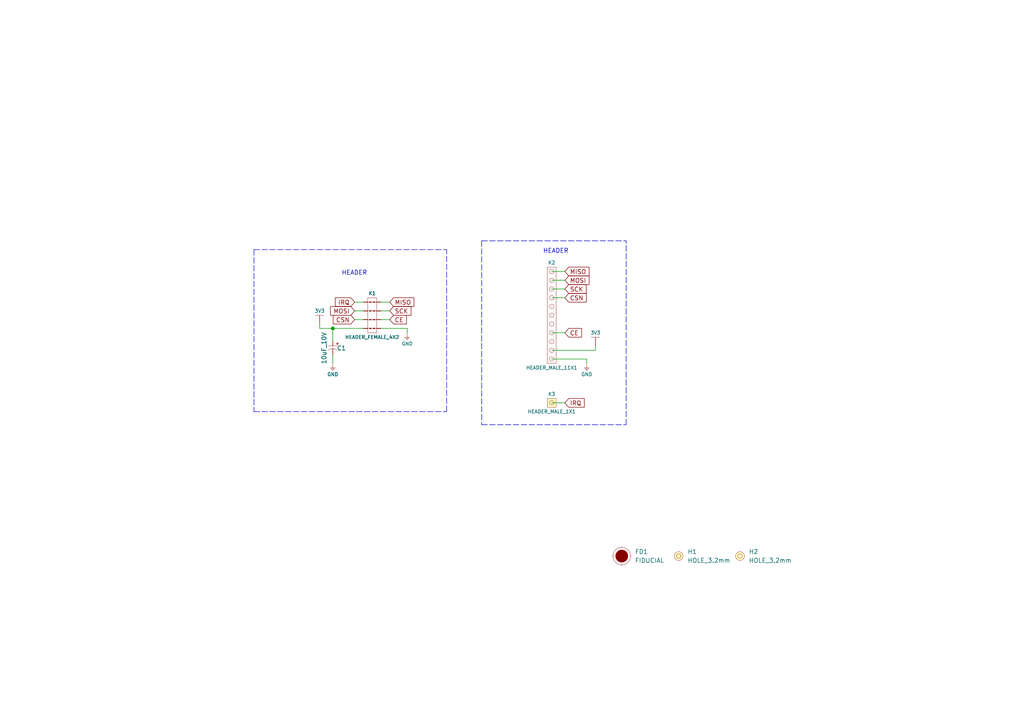
<source format=kicad_sch>
(kicad_sch (version 20210621) (generator eeschema)

  (uuid 9efc7507-1e97-4b38-975f-9c88aa49daf4)

  (paper "A4")

  (title_block
    (title "NRF24L01 adapter")
    (date "2021-09-09")
    (rev "V1.1.1.")
    (company "SOLDERED")
    (comment 1 "333059")
  )

  (lib_symbols
    (symbol "e-radionica.com schematics:3V3" (power) (pin_names (offset 0)) (in_bom yes) (on_board yes)
      (property "Reference" "#PWR" (id 0) (at 4.445 0 0)
        (effects (font (size 1 1)) hide)
      )
      (property "Value" "3V3" (id 1) (at 0 3.556 0)
        (effects (font (size 1 1)))
      )
      (property "Footprint" "" (id 2) (at 4.445 3.81 0)
        (effects (font (size 1 1)) hide)
      )
      (property "Datasheet" "" (id 3) (at 4.445 3.81 0)
        (effects (font (size 1 1)) hide)
      )
      (property "ki_keywords" "power-flag" (id 4) (at 0 0 0)
        (effects (font (size 1.27 1.27)) hide)
      )
      (property "ki_description" "Power symbol creates a global label with name \"3V3\"" (id 5) (at 0 0 0)
        (effects (font (size 1.27 1.27)) hide)
      )
      (symbol "3V3_0_1"
        (polyline
          (pts
            (xy -1.27 2.54)
            (xy 1.27 2.54)
          )
          (stroke (width 0.0006)) (fill (type none))
        )
        (polyline
          (pts
            (xy 0 0)
            (xy 0 2.54)
          )
          (stroke (width 0)) (fill (type none))
        )
      )
      (symbol "3V3_1_1"
        (pin power_in line (at 0 0 90) (length 0) hide
          (name "3V3" (effects (font (size 1.27 1.27))))
          (number "1" (effects (font (size 1.27 1.27))))
        )
      )
    )
    (symbol "e-radionica.com schematics:ELECTROLITIC_CAP_4mm" (pin_numbers hide) (pin_names hide) (in_bom yes) (on_board yes)
      (property "Reference" "C" (id 0) (at -1.27 2.54 0)
        (effects (font (size 1.27 1.27)))
      )
      (property "Value" "ELECTROLITIC_CAP_4mm" (id 1) (at 0 -2.54 0)
        (effects (font (size 1.27 1.27)))
      )
      (property "Footprint" "e-radionica.com footprinti:ELECTROLITIC_CAP_4mm" (id 2) (at 0 -5.08 0)
        (effects (font (size 1.27 1.27)) hide)
      )
      (property "Datasheet" "" (id 3) (at 0 0 0)
        (effects (font (size 1.27 1.27)) hide)
      )
      (symbol "ELECTROLITIC_CAP_4mm_0_0"
        (text "+" (at -1.905 1.27 0)
          (effects (font (size 1 1)))
        )
      )
      (symbol "ELECTROLITIC_CAP_4mm_0_1"
        (arc (start -0.0001 1.27) (end -0.0001 -1.27) (radius (at 1.27 0) (length 1.7961) (angles 135 -135))
          (stroke (width 0.0006)) (fill (type none))
        )
        (polyline
          (pts
            (xy -1.27 -1.27)
            (xy -1.27 1.27)
          )
          (stroke (width 0.0006)) (fill (type none))
        )
      )
      (symbol "ELECTROLITIC_CAP_4mm_1_1"
        (pin input line (at -2.54 0 0) (length 1.27)
          (name "+" (effects (font (size 1.27 1.27))))
          (number "1" (effects (font (size 1.27 1.27))))
        )
        (pin input line (at 1.27 0 180) (length 1.8)
          (name "-" (effects (font (size 1.27 1.27))))
          (number "2" (effects (font (size 1.27 1.27))))
        )
      )
    )
    (symbol "e-radionica.com schematics:FIDUCIAL" (in_bom no) (on_board yes)
      (property "Reference" "FD" (id 0) (at 0 3.81 0)
        (effects (font (size 1.27 1.27)))
      )
      (property "Value" "FIDUCIAL" (id 1) (at 0 -3.81 0)
        (effects (font (size 1.27 1.27)))
      )
      (property "Footprint" "e-radionica.com footprinti:FIDUCIAL_23" (id 2) (at 0.254 -5.334 0)
        (effects (font (size 1.27 1.27)) hide)
      )
      (property "Datasheet" "" (id 3) (at 0 0 0)
        (effects (font (size 1.27 1.27)) hide)
      )
      (symbol "FIDUCIAL_0_1"
        (circle (center 0 0) (radius 2.54) (stroke (width 0.0006)) (fill (type none)))
        (circle (center 0 0) (radius 1.7961) (stroke (width 0.001)) (fill (type outline)))
        (polyline
          (pts
            (xy -2.54 0)
            (xy -2.794 0)
          )
          (stroke (width 0.0006)) (fill (type none))
        )
        (polyline
          (pts
            (xy 0 -2.54)
            (xy 0 -2.794)
          )
          (stroke (width 0.0006)) (fill (type none))
        )
        (polyline
          (pts
            (xy 0 2.54)
            (xy 0 2.794)
          )
          (stroke (width 0.0006)) (fill (type none))
        )
        (polyline
          (pts
            (xy 2.54 0)
            (xy 2.794 0)
          )
          (stroke (width 0.0006)) (fill (type none))
        )
      )
    )
    (symbol "e-radionica.com schematics:GND" (power) (pin_names (offset 0)) (in_bom yes) (on_board yes)
      (property "Reference" "#PWR" (id 0) (at 4.445 0 0)
        (effects (font (size 1 1)) hide)
      )
      (property "Value" "GND" (id 1) (at 0 -2.921 0)
        (effects (font (size 1 1)))
      )
      (property "Footprint" "" (id 2) (at 4.445 3.81 0)
        (effects (font (size 1 1)) hide)
      )
      (property "Datasheet" "" (id 3) (at 4.445 3.81 0)
        (effects (font (size 1 1)) hide)
      )
      (property "ki_keywords" "power-flag" (id 4) (at 0 0 0)
        (effects (font (size 1.27 1.27)) hide)
      )
      (property "ki_description" "Power symbol creates a global label with name \"GND\"" (id 5) (at 0 0 0)
        (effects (font (size 1.27 1.27)) hide)
      )
      (symbol "GND_0_1"
        (polyline
          (pts
            (xy -0.762 -1.27)
            (xy 0.762 -1.27)
          )
          (stroke (width 0.0006)) (fill (type none))
        )
        (polyline
          (pts
            (xy -0.635 -1.524)
            (xy 0.635 -1.524)
          )
          (stroke (width 0.0006)) (fill (type none))
        )
        (polyline
          (pts
            (xy -0.381 -1.778)
            (xy 0.381 -1.778)
          )
          (stroke (width 0.0006)) (fill (type none))
        )
        (polyline
          (pts
            (xy -0.127 -2.032)
            (xy 0.127 -2.032)
          )
          (stroke (width 0.0006)) (fill (type none))
        )
        (polyline
          (pts
            (xy 0 0)
            (xy 0 -1.27)
          )
          (stroke (width 0.0006)) (fill (type none))
        )
      )
      (symbol "GND_1_1"
        (pin power_in line (at 0 0 270) (length 0) hide
          (name "GND" (effects (font (size 1.27 1.27))))
          (number "1" (effects (font (size 1.27 1.27))))
        )
      )
    )
    (symbol "e-radionica.com schematics:HEADER_FEMALE_4X2" (pin_numbers hide) (pin_names hide) (in_bom yes) (on_board yes)
      (property "Reference" "K" (id 0) (at -0.635 7.62 0)
        (effects (font (size 1 1)))
      )
      (property "Value" "HEADER_FEMALE_4X2" (id 1) (at 0 -5.08 0)
        (effects (font (size 1 1)))
      )
      (property "Footprint" "e-radionica.com footprinti:HEADER_FEMALE_4X2" (id 2) (at 0 -6.35 0)
        (effects (font (size 1 1)) hide)
      )
      (property "Datasheet" "" (id 3) (at 0 -2.54 0)
        (effects (font (size 1 1)) hide)
      )
      (symbol "HEADER_FEMALE_4X2_0_1"
        (rectangle (start -1.27 6.35) (end 1.27 -3.81)
          (stroke (width 0.0006)) (fill (type none))
        )
        (polyline
          (pts
            (xy -1.27 -2.54)
            (xy -0.635 -2.54)
          )
          (stroke (width 0.0006)) (fill (type none))
        )
        (polyline
          (pts
            (xy -1.27 0)
            (xy -0.635 0)
          )
          (stroke (width 0.0006)) (fill (type none))
        )
        (polyline
          (pts
            (xy -1.27 2.54)
            (xy -0.635 2.54)
          )
          (stroke (width 0.0006)) (fill (type none))
        )
        (polyline
          (pts
            (xy -1.27 5.08)
            (xy -0.635 5.08)
          )
          (stroke (width 0.0006)) (fill (type none))
        )
        (polyline
          (pts
            (xy -0.762 -2.54)
            (xy -0.254 -2.54)
          )
          (stroke (width 0.3)) (fill (type none))
        )
        (polyline
          (pts
            (xy -0.762 0)
            (xy -0.254 0)
          )
          (stroke (width 0.3)) (fill (type none))
        )
        (polyline
          (pts
            (xy -0.762 2.54)
            (xy -0.254 2.54)
          )
          (stroke (width 0.3)) (fill (type none))
        )
        (polyline
          (pts
            (xy -0.762 5.08)
            (xy -0.254 5.08)
          )
          (stroke (width 0.3)) (fill (type none))
        )
        (polyline
          (pts
            (xy 0.254 -2.54)
            (xy 0.762 -2.54)
          )
          (stroke (width 0.3)) (fill (type none))
        )
        (polyline
          (pts
            (xy 0.254 0)
            (xy 0.762 0)
          )
          (stroke (width 0.3)) (fill (type none))
        )
        (polyline
          (pts
            (xy 0.254 2.54)
            (xy 0.762 2.54)
          )
          (stroke (width 0.3)) (fill (type none))
        )
        (polyline
          (pts
            (xy 0.254 5.08)
            (xy 0.762 5.08)
          )
          (stroke (width 0.3)) (fill (type none))
        )
        (polyline
          (pts
            (xy 1.27 -2.54)
            (xy 0.635 -2.54)
          )
          (stroke (width 0.0006)) (fill (type none))
        )
        (polyline
          (pts
            (xy 1.27 0)
            (xy 0.635 0)
          )
          (stroke (width 0.0006)) (fill (type none))
        )
        (polyline
          (pts
            (xy 1.27 2.54)
            (xy 0.635 2.54)
          )
          (stroke (width 0.0006)) (fill (type none))
        )
        (polyline
          (pts
            (xy 1.27 5.08)
            (xy 0.635 5.08)
          )
          (stroke (width 0.0006)) (fill (type none))
        )
      )
      (symbol "HEADER_FEMALE_4X2_1_1"
        (pin passive line (at -2.54 5.08 0) (length 1.27)
          (name "~" (effects (font (size 1 1))))
          (number "1" (effects (font (size 1 1))))
        )
        (pin passive line (at -2.54 2.54 0) (length 1.27)
          (name "~" (effects (font (size 1 1))))
          (number "2" (effects (font (size 1 1))))
        )
        (pin passive line (at -2.54 0 0) (length 1.27)
          (name "~" (effects (font (size 1 1))))
          (number "3" (effects (font (size 1 1))))
        )
        (pin passive line (at -2.54 -2.54 0) (length 1.27)
          (name "~" (effects (font (size 1 1))))
          (number "4" (effects (font (size 1 1))))
        )
        (pin passive line (at 2.54 -2.54 180) (length 1.27)
          (name "~" (effects (font (size 1 1))))
          (number "5" (effects (font (size 1 1))))
        )
        (pin passive line (at 2.54 0 180) (length 1.27)
          (name "~" (effects (font (size 1 1))))
          (number "6" (effects (font (size 1 1))))
        )
        (pin passive line (at 2.54 2.54 180) (length 1.27)
          (name "~" (effects (font (size 1 1))))
          (number "7" (effects (font (size 1 1))))
        )
        (pin passive line (at 2.54 5.08 180) (length 1.27)
          (name "~" (effects (font (size 1 1))))
          (number "8" (effects (font (size 1 1))))
        )
      )
    )
    (symbol "e-radionica.com schematics:HEADER_MALE_11X1" (pin_numbers hide) (pin_names hide) (in_bom yes) (on_board yes)
      (property "Reference" "K" (id 0) (at -0.635 15.24 0)
        (effects (font (size 1 1)))
      )
      (property "Value" "HEADER_MALE_11X1" (id 1) (at 1.27 -15.24 0)
        (effects (font (size 1 1)))
      )
      (property "Footprint" "e-radionica.com footprinti:HEADER_MALE_11X1" (id 2) (at 0 0 0)
        (effects (font (size 1 1)) hide)
      )
      (property "Datasheet" "" (id 3) (at 0 0 0)
        (effects (font (size 1 1)) hide)
      )
      (symbol "HEADER_MALE_11X1_0_1"
        (circle (center 0 -12.7) (radius 0.635) (stroke (width 0.0006)) (fill (type none)))
        (circle (center 0 -10.16) (radius 0.635) (stroke (width 0.0006)) (fill (type none)))
        (circle (center 0 -7.62) (radius 0.635) (stroke (width 0.0006)) (fill (type none)))
        (circle (center 0 -5.08) (radius 0.635) (stroke (width 0.0006)) (fill (type none)))
        (circle (center 0 -2.54) (radius 0.635) (stroke (width 0.0006)) (fill (type none)))
        (circle (center 0 0) (radius 0.635) (stroke (width 0.0006)) (fill (type none)))
        (circle (center 0 2.54) (radius 0.635) (stroke (width 0.0006)) (fill (type none)))
        (circle (center 0 5.08) (radius 0.635) (stroke (width 0.0006)) (fill (type none)))
        (circle (center 0 7.62) (radius 0.635) (stroke (width 0.0006)) (fill (type none)))
        (circle (center 0 10.16) (radius 0.635) (stroke (width 0.0006)) (fill (type none)))
        (circle (center 0 12.7) (radius 0.635) (stroke (width 0.0006)) (fill (type none)))
        (rectangle (start 1.27 -13.97) (end -1.27 13.97)
          (stroke (width 0.0006)) (fill (type none))
        )
      )
      (symbol "HEADER_MALE_11X1_1_1"
        (pin passive line (at 0 -12.7 180) (length 0)
          (name "~" (effects (font (size 0.991 0.991))))
          (number "1" (effects (font (size 0.991 0.991))))
        )
        (pin passive line (at 0 10.16 180) (length 0)
          (name "~" (effects (font (size 0.991 0.991))))
          (number "10" (effects (font (size 0.991 0.991))))
        )
        (pin passive line (at 0 12.7 180) (length 0)
          (name "~" (effects (font (size 0.991 0.991))))
          (number "11" (effects (font (size 0.991 0.991))))
        )
        (pin passive line (at 0 -10.16 180) (length 0)
          (name "~" (effects (font (size 0.991 0.991))))
          (number "2" (effects (font (size 0.991 0.991))))
        )
        (pin passive line (at 0 -7.62 180) (length 0)
          (name "~" (effects (font (size 0.991 0.991))))
          (number "3" (effects (font (size 0.991 0.991))))
        )
        (pin passive line (at 0 -5.08 180) (length 0)
          (name "~" (effects (font (size 0.991 0.991))))
          (number "4" (effects (font (size 0.991 0.991))))
        )
        (pin passive line (at 0 -2.54 180) (length 0)
          (name "~" (effects (font (size 0.991 0.991))))
          (number "5" (effects (font (size 0.991 0.991))))
        )
        (pin passive line (at 0 0 180) (length 0)
          (name "~" (effects (font (size 0.991 0.991))))
          (number "6" (effects (font (size 0.991 0.991))))
        )
        (pin passive line (at 0 2.54 180) (length 0)
          (name "~" (effects (font (size 0.991 0.991))))
          (number "7" (effects (font (size 0.991 0.991))))
        )
        (pin passive line (at 0 5.08 180) (length 0)
          (name "~" (effects (font (size 0.991 0.991))))
          (number "8" (effects (font (size 0.991 0.991))))
        )
        (pin passive line (at 0 7.62 180) (length 0)
          (name "~" (effects (font (size 0.991 0.991))))
          (number "9" (effects (font (size 0.991 0.991))))
        )
      )
    )
    (symbol "e-radionica.com schematics:HEADER_MALE_1X1" (pin_numbers hide) (pin_names hide) (in_bom yes) (on_board yes)
      (property "Reference" "K" (id 0) (at -0.635 2.54 0)
        (effects (font (size 1 1)))
      )
      (property "Value" "HEADER_MALE_1X1" (id 1) (at 0 -2.54 0)
        (effects (font (size 1 1)))
      )
      (property "Footprint" "e-radionica.com footprinti:HEADER_MALE_1X1" (id 2) (at 0 0 0)
        (effects (font (size 1 1)) hide)
      )
      (property "Datasheet" "" (id 3) (at 0 0 0)
        (effects (font (size 1 1)) hide)
      )
      (symbol "HEADER_MALE_1X1_0_1"
        (circle (center 0 0) (radius 0.635) (stroke (width 0.0006)) (fill (type none)))
        (rectangle (start -1.27 1.27) (end 1.27 -1.27)
          (stroke (width 0.001)) (fill (type background))
        )
      )
      (symbol "HEADER_MALE_1X1_1_1"
        (pin passive line (at 0 0 180) (length 0)
          (name "~" (effects (font (size 1 1))))
          (number "1" (effects (font (size 1 1))))
        )
      )
    )
    (symbol "e-radionica.com schematics:HOLE_3.2mm" (pin_numbers hide) (pin_names hide) (in_bom yes) (on_board yes)
      (property "Reference" "H" (id 0) (at 0 2.54 0)
        (effects (font (size 1.27 1.27)))
      )
      (property "Value" "HOLE_3.2mm" (id 1) (at 0 -2.54 0)
        (effects (font (size 1.27 1.27)))
      )
      (property "Footprint" "e-radionica.com footprinti:HOLE_3.2mm" (id 2) (at 0 0 0)
        (effects (font (size 1.27 1.27)) hide)
      )
      (property "Datasheet" "" (id 3) (at 0 0 0)
        (effects (font (size 1.27 1.27)) hide)
      )
      (symbol "HOLE_3.2mm_0_1"
        (circle (center 0 0) (radius 0.635) (stroke (width 0.0006)) (fill (type none)))
        (circle (center 0 0) (radius 1.27) (stroke (width 0.001)) (fill (type background)))
      )
    )
  )

  (junction (at 96.52 95.25) (diameter 0.9144) (color 0 0 0 0))

  (wire (pts (xy 92.71 95.25) (xy 92.71 93.98))
    (stroke (width 0) (type solid) (color 0 0 0 0))
    (uuid 30473fc4-af76-45e9-9a05-c221dcc6ede0)
  )
  (wire (pts (xy 96.52 95.25) (xy 92.71 95.25))
    (stroke (width 0) (type solid) (color 0 0 0 0))
    (uuid 30473fc4-af76-45e9-9a05-c221dcc6ede0)
  )
  (wire (pts (xy 96.52 95.25) (xy 96.52 99.06))
    (stroke (width 0) (type solid) (color 0 0 0 0))
    (uuid b478d6f5-be14-4f80-9157-1e2e5cff0c78)
  )
  (wire (pts (xy 96.52 102.87) (xy 96.52 105.41))
    (stroke (width 0) (type solid) (color 0 0 0 0))
    (uuid fc1afdcc-8bc1-4e13-bb7f-9cde271e89ce)
  )
  (wire (pts (xy 102.87 87.63) (xy 105.41 87.63))
    (stroke (width 0) (type solid) (color 0 0 0 0))
    (uuid 4768da6d-8c4a-4394-b499-fb8e3a15d347)
  )
  (wire (pts (xy 102.87 90.17) (xy 105.41 90.17))
    (stroke (width 0) (type solid) (color 0 0 0 0))
    (uuid d2de82ca-0977-4373-9da2-2ed33aceb557)
  )
  (wire (pts (xy 102.87 92.71) (xy 105.41 92.71))
    (stroke (width 0) (type solid) (color 0 0 0 0))
    (uuid 991f5b52-26ac-4f99-ba1b-5dac016102f4)
  )
  (wire (pts (xy 105.41 95.25) (xy 96.52 95.25))
    (stroke (width 0) (type solid) (color 0 0 0 0))
    (uuid 30473fc4-af76-45e9-9a05-c221dcc6ede0)
  )
  (wire (pts (xy 110.49 87.63) (xy 113.03 87.63))
    (stroke (width 0) (type solid) (color 0 0 0 0))
    (uuid 3bd9d9d9-7238-43db-abe1-790e181fd7d2)
  )
  (wire (pts (xy 110.49 90.17) (xy 113.03 90.17))
    (stroke (width 0) (type solid) (color 0 0 0 0))
    (uuid 102bcae0-f86a-43d7-b906-0c5a988fa0a2)
  )
  (wire (pts (xy 110.49 92.71) (xy 113.03 92.71))
    (stroke (width 0) (type solid) (color 0 0 0 0))
    (uuid 2d744528-5bc1-4883-8440-fee1204dd6fa)
  )
  (wire (pts (xy 110.49 95.25) (xy 118.11 95.25))
    (stroke (width 0) (type solid) (color 0 0 0 0))
    (uuid 1d686364-57ba-4e70-9de1-2704446ea0f8)
  )
  (wire (pts (xy 118.11 95.25) (xy 118.11 96.52))
    (stroke (width 0) (type solid) (color 0 0 0 0))
    (uuid 1d686364-57ba-4e70-9de1-2704446ea0f8)
  )
  (wire (pts (xy 160.02 78.74) (xy 163.83 78.74))
    (stroke (width 0) (type solid) (color 0 0 0 0))
    (uuid cd2e063b-9c4a-4079-826f-fc10caaaf2da)
  )
  (wire (pts (xy 160.02 81.28) (xy 163.83 81.28))
    (stroke (width 0) (type solid) (color 0 0 0 0))
    (uuid 0c5963e4-73b7-467b-9de7-6e9409b0f931)
  )
  (wire (pts (xy 160.02 83.82) (xy 163.83 83.82))
    (stroke (width 0) (type solid) (color 0 0 0 0))
    (uuid 841f0b84-4763-4d32-83f0-2912f2b52d16)
  )
  (wire (pts (xy 160.02 86.36) (xy 163.83 86.36))
    (stroke (width 0) (type solid) (color 0 0 0 0))
    (uuid cc605dc7-48e8-4f65-9cdd-23a66b49d85f)
  )
  (wire (pts (xy 160.02 96.52) (xy 163.83 96.52))
    (stroke (width 0) (type solid) (color 0 0 0 0))
    (uuid 0e7ede17-1ba9-4606-9439-d122f52d6f5b)
  )
  (wire (pts (xy 160.02 101.6) (xy 172.72 101.6))
    (stroke (width 0) (type solid) (color 0 0 0 0))
    (uuid 890a6dcc-e96a-4c54-8f3c-4edcc3bf0a82)
  )
  (wire (pts (xy 160.02 104.14) (xy 170.18 104.14))
    (stroke (width 0) (type solid) (color 0 0 0 0))
    (uuid 2ff431d4-b98d-4cab-96ad-2e84c49905ac)
  )
  (wire (pts (xy 160.02 116.84) (xy 163.83 116.84))
    (stroke (width 0) (type solid) (color 0 0 0 0))
    (uuid b7858285-bda5-4831-a033-6279f83c43e6)
  )
  (wire (pts (xy 170.18 104.14) (xy 170.18 105.41))
    (stroke (width 0) (type solid) (color 0 0 0 0))
    (uuid 2ff431d4-b98d-4cab-96ad-2e84c49905ac)
  )
  (wire (pts (xy 172.72 101.6) (xy 172.72 100.33))
    (stroke (width 0) (type solid) (color 0 0 0 0))
    (uuid 890a6dcc-e96a-4c54-8f3c-4edcc3bf0a82)
  )
  (polyline (pts (xy 73.66 72.39) (xy 73.66 119.38))
    (stroke (width 0) (type dash) (color 0 0 0 0))
    (uuid f81f3a40-68b7-433d-aeb2-ff3cffb3c583)
  )
  (polyline (pts (xy 73.66 72.39) (xy 129.54 72.39))
    (stroke (width 0) (type dash) (color 0 0 0 0))
    (uuid f81f3a40-68b7-433d-aeb2-ff3cffb3c583)
  )
  (polyline (pts (xy 73.66 119.38) (xy 129.54 119.38))
    (stroke (width 0) (type dash) (color 0 0 0 0))
    (uuid f81f3a40-68b7-433d-aeb2-ff3cffb3c583)
  )
  (polyline (pts (xy 129.54 119.38) (xy 129.54 72.39))
    (stroke (width 0) (type dash) (color 0 0 0 0))
    (uuid f81f3a40-68b7-433d-aeb2-ff3cffb3c583)
  )
  (polyline (pts (xy 139.7 69.85) (xy 139.7 123.19))
    (stroke (width 0) (type dash) (color 0 0 0 0))
    (uuid 191cbcb4-19cf-41e0-a075-dda66256f0fa)
  )
  (polyline (pts (xy 139.7 69.85) (xy 181.61 69.85))
    (stroke (width 0) (type dash) (color 0 0 0 0))
    (uuid 191cbcb4-19cf-41e0-a075-dda66256f0fa)
  )
  (polyline (pts (xy 139.7 123.19) (xy 181.61 123.19))
    (stroke (width 0) (type dash) (color 0 0 0 0))
    (uuid 191cbcb4-19cf-41e0-a075-dda66256f0fa)
  )
  (polyline (pts (xy 181.61 123.19) (xy 181.61 69.85))
    (stroke (width 0) (type dash) (color 0 0 0 0))
    (uuid 191cbcb4-19cf-41e0-a075-dda66256f0fa)
  )

  (text "HEADER" (at 99.06 80.01 0)
    (effects (font (size 1.27 1.27)) (justify left bottom))
    (uuid acec7841-3c75-42e0-8d10-bd12715a7cb2)
  )
  (text "HEADER\n" (at 157.48 73.66 0)
    (effects (font (size 1.27 1.27)) (justify left bottom))
    (uuid 36facc54-a619-4231-951c-c19d4c6c968f)
  )

  (global_label "IRQ" (shape input) (at 102.87 87.63 180) (fields_autoplaced)
    (effects (font (size 1.27 1.27)) (justify right))
    (uuid 62af63da-3e34-4dd5-9ec0-2e3b07c26892)
    (property "Intersheet References" "${INTERSHEET_REFS}" (id 0) (at 97.2517 87.5506 0)
      (effects (font (size 1.27 1.27)) (justify right) hide)
    )
  )
  (global_label "MOSI" (shape input) (at 102.87 90.17 180) (fields_autoplaced)
    (effects (font (size 1.27 1.27)) (justify right))
    (uuid 3dea750a-ed06-4244-bff1-e67731161ea0)
    (property "Intersheet References" "${INTERSHEET_REFS}" (id 0) (at 95.8607 90.0906 0)
      (effects (font (size 1.27 1.27)) (justify right) hide)
    )
  )
  (global_label "CSN" (shape input) (at 102.87 92.71 180) (fields_autoplaced)
    (effects (font (size 1.27 1.27)) (justify right))
    (uuid a07cdea6-e71f-41de-a5f9-878a8311ecc5)
    (property "Intersheet References" "${INTERSHEET_REFS}" (id 0) (at 96.6469 92.6306 0)
      (effects (font (size 1.27 1.27)) (justify right) hide)
    )
  )
  (global_label "MISO" (shape input) (at 113.03 87.63 0) (fields_autoplaced)
    (effects (font (size 1.27 1.27)) (justify left))
    (uuid b84a5351-efcf-4e00-b051-c27a5516a0f7)
    (property "Intersheet References" "${INTERSHEET_REFS}" (id 0) (at 120.0393 87.5506 0)
      (effects (font (size 1.27 1.27)) (justify left) hide)
    )
  )
  (global_label "SCK" (shape input) (at 113.03 90.17 0) (fields_autoplaced)
    (effects (font (size 1.27 1.27)) (justify left))
    (uuid 86a1b09e-178e-4221-88dc-b0e78c86b6f9)
    (property "Intersheet References" "${INTERSHEET_REFS}" (id 0) (at 119.1926 90.0906 0)
      (effects (font (size 1.27 1.27)) (justify left) hide)
    )
  )
  (global_label "CE" (shape input) (at 113.03 92.71 0) (fields_autoplaced)
    (effects (font (size 1.27 1.27)) (justify left))
    (uuid e82e8f87-234b-4426-a5ea-a324d67a8198)
    (property "Intersheet References" "${INTERSHEET_REFS}" (id 0) (at 117.8621 92.6306 0)
      (effects (font (size 1.27 1.27)) (justify left) hide)
    )
  )
  (global_label "MISO" (shape input) (at 163.83 78.74 0) (fields_autoplaced)
    (effects (font (size 1.27 1.27)) (justify left))
    (uuid b08e534d-39c4-42ab-b88d-e2a01c5075d2)
    (property "Intersheet References" "${INTERSHEET_REFS}" (id 0) (at 170.8393 78.6606 0)
      (effects (font (size 1.27 1.27)) (justify left) hide)
    )
  )
  (global_label "MOSI" (shape input) (at 163.83 81.28 0) (fields_autoplaced)
    (effects (font (size 1.27 1.27)) (justify left))
    (uuid 94582cad-1786-4c81-8a4c-7620f9b627ca)
    (property "Intersheet References" "${INTERSHEET_REFS}" (id 0) (at 170.8393 81.3594 0)
      (effects (font (size 1.27 1.27)) (justify left) hide)
    )
  )
  (global_label "SCK" (shape input) (at 163.83 83.82 0) (fields_autoplaced)
    (effects (font (size 1.27 1.27)) (justify left))
    (uuid f889dc2a-d501-413e-8496-197c359d0b77)
    (property "Intersheet References" "${INTERSHEET_REFS}" (id 0) (at 169.9926 83.7406 0)
      (effects (font (size 1.27 1.27)) (justify left) hide)
    )
  )
  (global_label "CSN" (shape input) (at 163.83 86.36 0) (fields_autoplaced)
    (effects (font (size 1.27 1.27)) (justify left))
    (uuid 9eaa171b-39d1-43c2-bba6-62f15220ef2f)
    (property "Intersheet References" "${INTERSHEET_REFS}" (id 0) (at 170.0531 86.4394 0)
      (effects (font (size 1.27 1.27)) (justify left) hide)
    )
  )
  (global_label "CE" (shape input) (at 163.83 96.52 0) (fields_autoplaced)
    (effects (font (size 1.27 1.27)) (justify left))
    (uuid 1b881a19-c74c-445f-95d1-b472f0138cf5)
    (property "Intersheet References" "${INTERSHEET_REFS}" (id 0) (at 168.6621 96.4406 0)
      (effects (font (size 1.27 1.27)) (justify left) hide)
    )
  )
  (global_label "IRQ" (shape input) (at 163.83 116.84 0) (fields_autoplaced)
    (effects (font (size 1.27 1.27)) (justify left))
    (uuid d1f2d0b9-c4d7-4160-b008-d8fe3c41804b)
    (property "Intersheet References" "${INTERSHEET_REFS}" (id 0) (at 169.4483 116.9194 0)
      (effects (font (size 1.27 1.27)) (justify left) hide)
    )
  )

  (symbol (lib_id "e-radionica.com schematics:GND") (at 96.52 105.41 0) (unit 1)
    (in_bom yes) (on_board yes)
    (uuid ae79384a-856e-4ba1-bc9d-f19fce89f541)
    (property "Reference" "#PWR02" (id 0) (at 100.965 105.41 0)
      (effects (font (size 1 1)) hide)
    )
    (property "Value" "GND" (id 1) (at 96.52 108.585 0)
      (effects (font (size 1 1)))
    )
    (property "Footprint" "" (id 2) (at 100.965 101.6 0)
      (effects (font (size 1 1)) hide)
    )
    (property "Datasheet" "" (id 3) (at 100.965 101.6 0)
      (effects (font (size 1 1)) hide)
    )
    (pin "1" (uuid 8c29f1e1-8373-46fe-8265-05a5d5315958))
  )

  (symbol (lib_id "e-radionica.com schematics:GND") (at 118.11 96.52 0) (unit 1)
    (in_bom yes) (on_board yes)
    (uuid 738b8360-27c3-4795-a040-f264094959fc)
    (property "Reference" "#PWR03" (id 0) (at 122.555 96.52 0)
      (effects (font (size 1 1)) hide)
    )
    (property "Value" "GND" (id 1) (at 118.11 99.695 0)
      (effects (font (size 1 1)))
    )
    (property "Footprint" "" (id 2) (at 122.555 92.71 0)
      (effects (font (size 1 1)) hide)
    )
    (property "Datasheet" "" (id 3) (at 122.555 92.71 0)
      (effects (font (size 1 1)) hide)
    )
    (pin "1" (uuid cfa497d4-80c6-4fdc-9b68-494ccab28384))
  )

  (symbol (lib_id "e-radionica.com schematics:GND") (at 170.18 105.41 0) (unit 1)
    (in_bom yes) (on_board yes)
    (uuid 15311c52-d265-490b-8705-8c0252c31f6b)
    (property "Reference" "#PWR04" (id 0) (at 174.625 105.41 0)
      (effects (font (size 1 1)) hide)
    )
    (property "Value" "GND" (id 1) (at 170.18 108.585 0)
      (effects (font (size 1 1)))
    )
    (property "Footprint" "" (id 2) (at 174.625 101.6 0)
      (effects (font (size 1 1)) hide)
    )
    (property "Datasheet" "" (id 3) (at 174.625 101.6 0)
      (effects (font (size 1 1)) hide)
    )
    (pin "1" (uuid b542925b-f6b7-45a3-a52b-31ea7586de89))
  )

  (symbol (lib_id "e-radionica.com schematics:HEADER_MALE_1X1") (at 160.02 116.84 0) (unit 1)
    (in_bom yes) (on_board yes)
    (uuid ec01f331-4f33-406c-a250-a48255cc257f)
    (property "Reference" "K3" (id 0) (at 160.02 114.3 0)
      (effects (font (size 1 1)))
    )
    (property "Value" "HEADER_MALE_1X1" (id 1) (at 160.02 119.38 0)
      (effects (font (size 1 1)))
    )
    (property "Footprint" "e-radionica.com footprinti:HEADER_MALE_1X1" (id 2) (at 160.02 116.84 0)
      (effects (font (size 1 1)) hide)
    )
    (property "Datasheet" "" (id 3) (at 160.02 116.84 0)
      (effects (font (size 1 1)) hide)
    )
    (pin "1" (uuid bc7f4ab5-5ffa-40ea-a6ec-85b94e494765))
  )

  (symbol (lib_id "e-radionica.com schematics:HOLE_3.2mm") (at 196.85 161.29 0) (unit 1)
    (in_bom yes) (on_board yes) (fields_autoplaced)
    (uuid 06895997-133d-458a-9434-19aea2e63674)
    (property "Reference" "H1" (id 0) (at 199.39 160.0199 0)
      (effects (font (size 1.27 1.27)) (justify left))
    )
    (property "Value" "HOLE_3.2mm" (id 1) (at 199.39 162.5599 0)
      (effects (font (size 1.27 1.27)) (justify left))
    )
    (property "Footprint" "e-radionica.com footprinti:HOLE_3.2mm" (id 2) (at 196.85 161.29 0)
      (effects (font (size 1.27 1.27)) hide)
    )
    (property "Datasheet" "" (id 3) (at 196.85 161.29 0)
      (effects (font (size 1.27 1.27)) hide)
    )
  )

  (symbol (lib_id "e-radionica.com schematics:HOLE_3.2mm") (at 214.63 161.29 0) (unit 1)
    (in_bom yes) (on_board yes) (fields_autoplaced)
    (uuid 9988fd57-7322-4b8b-9b2f-9c15323dc43a)
    (property "Reference" "H2" (id 0) (at 217.17 160.0199 0)
      (effects (font (size 1.27 1.27)) (justify left))
    )
    (property "Value" "HOLE_3.2mm" (id 1) (at 217.17 162.5599 0)
      (effects (font (size 1.27 1.27)) (justify left))
    )
    (property "Footprint" "e-radionica.com footprinti:HOLE_3.2mm" (id 2) (at 214.63 161.29 0)
      (effects (font (size 1.27 1.27)) hide)
    )
    (property "Datasheet" "" (id 3) (at 214.63 161.29 0)
      (effects (font (size 1.27 1.27)) hide)
    )
  )

  (symbol (lib_id "e-radionica.com schematics:3V3") (at 92.71 93.98 0) (unit 1)
    (in_bom yes) (on_board yes) (fields_autoplaced)
    (uuid c32bc835-ec53-4b23-966d-ee51b75a2d29)
    (property "Reference" "#PWR01" (id 0) (at 97.155 93.98 0)
      (effects (font (size 1 1)) hide)
    )
    (property "Value" "3V3" (id 1) (at 92.71 90.17 0)
      (effects (font (size 1 1)))
    )
    (property "Footprint" "" (id 2) (at 97.155 90.17 0)
      (effects (font (size 1 1)) hide)
    )
    (property "Datasheet" "" (id 3) (at 97.155 90.17 0)
      (effects (font (size 1 1)) hide)
    )
    (pin "1" (uuid c8ce8fe1-6f09-4227-b650-ea06e010672c))
  )

  (symbol (lib_id "e-radionica.com schematics:3V3") (at 172.72 100.33 0) (unit 1)
    (in_bom yes) (on_board yes) (fields_autoplaced)
    (uuid e70e7779-bf10-4877-b81f-681a7e96d2f9)
    (property "Reference" "#PWR05" (id 0) (at 177.165 100.33 0)
      (effects (font (size 1 1)) hide)
    )
    (property "Value" "3V3" (id 1) (at 172.72 96.52 0)
      (effects (font (size 1 1)))
    )
    (property "Footprint" "" (id 2) (at 177.165 96.52 0)
      (effects (font (size 1 1)) hide)
    )
    (property "Datasheet" "" (id 3) (at 177.165 96.52 0)
      (effects (font (size 1 1)) hide)
    )
    (pin "1" (uuid b5f6f15f-4f5b-470c-86a3-3d47530f70b0))
  )

  (symbol (lib_id "e-radionica.com schematics:ELECTROLITIC_CAP_4mm") (at 96.52 101.6 270) (unit 1)
    (in_bom yes) (on_board yes)
    (uuid dbfb1823-bac4-4a12-b49e-8a2bdcc88ba5)
    (property "Reference" "C1" (id 0) (at 99.06 100.965 90))
    (property "Value" "10uF_10V" (id 1) (at 93.98 100.965 0))
    (property "Footprint" "e-radionica.com footprinti:ELECTROLITIC_CAP_4mm" (id 2) (at 91.44 101.6 0)
      (effects (font (size 1.27 1.27)) hide)
    )
    (property "Datasheet" "" (id 3) (at 96.52 101.6 0)
      (effects (font (size 1.27 1.27)) hide)
    )
    (pin "1" (uuid 4f869c74-1425-4967-aec7-d4707c244bf4))
    (pin "2" (uuid 80487bc4-cf2d-4e9a-83e9-7b162ed9dbc3))
  )

  (symbol (lib_id "e-radionica.com schematics:FIDUCIAL") (at 180.34 161.29 0) (unit 1)
    (in_bom no) (on_board yes) (fields_autoplaced)
    (uuid 10d2a085-c3b9-41f1-86a6-a547dc9ea8d6)
    (property "Reference" "FD1" (id 0) (at 184.15 160.0199 0)
      (effects (font (size 1.27 1.27)) (justify left))
    )
    (property "Value" "FIDUCIAL" (id 1) (at 184.15 162.5599 0)
      (effects (font (size 1.27 1.27)) (justify left))
    )
    (property "Footprint" "e-radionica.com footprinti:FIDUCIAL_23" (id 2) (at 180.594 166.624 0)
      (effects (font (size 1.27 1.27)) hide)
    )
    (property "Datasheet" "" (id 3) (at 180.34 161.29 0)
      (effects (font (size 1.27 1.27)) hide)
    )
  )

  (symbol (lib_id "e-radionica.com schematics:HEADER_FEMALE_4X2") (at 107.95 92.71 0) (unit 1)
    (in_bom yes) (on_board yes)
    (uuid 8ac75fb8-6267-44b3-94fa-cfee460d9ec3)
    (property "Reference" "K1" (id 0) (at 107.95 85.09 0)
      (effects (font (size 1 1)))
    )
    (property "Value" "HEADER_FEMALE_4X2" (id 1) (at 107.95 97.79 0)
      (effects (font (size 1 1)))
    )
    (property "Footprint" "e-radionica.com footprinti:HEADER_FEMALE_4X2" (id 2) (at 107.95 99.06 0)
      (effects (font (size 1 1)) hide)
    )
    (property "Datasheet" "" (id 3) (at 107.95 95.25 0)
      (effects (font (size 1 1)) hide)
    )
    (pin "1" (uuid c5711587-3f46-473e-baed-640c3d25dc3a))
    (pin "2" (uuid 0361ad7b-fb74-4050-86e2-fae77d9c4659))
    (pin "3" (uuid 7ff620ce-3090-42f3-a462-3a7c0b4da12e))
    (pin "4" (uuid f526726a-c894-40a6-8a7b-3d0e2a786ebf))
    (pin "5" (uuid 1786b5b6-f829-4f2d-8726-948c59fcb15f))
    (pin "6" (uuid b2e7a11d-7466-4ac2-a25d-33e0b051e1c6))
    (pin "7" (uuid 2819694e-c593-44f5-af74-16fa521ada44))
    (pin "8" (uuid 44232704-0829-4d84-921b-a3fb20650d9b))
  )

  (symbol (lib_id "e-radionica.com schematics:HEADER_MALE_11X1") (at 160.02 91.44 0) (unit 1)
    (in_bom yes) (on_board yes)
    (uuid f3b00e90-44d9-4063-b6e1-e54a5f6232e8)
    (property "Reference" "K2" (id 0) (at 160.02 76.2 0)
      (effects (font (size 1 1)))
    )
    (property "Value" "HEADER_MALE_11X1" (id 1) (at 160.02 106.68 0)
      (effects (font (size 1 1)))
    )
    (property "Footprint" "e-radionica.com footprinti:HEADER_MALE_11X1" (id 2) (at 160.02 91.44 0)
      (effects (font (size 1 1)) hide)
    )
    (property "Datasheet" "" (id 3) (at 160.02 91.44 0)
      (effects (font (size 1 1)) hide)
    )
    (pin "1" (uuid 815cf9c9-8334-4338-828b-ffd88836afb5))
    (pin "10" (uuid 89ed0dbb-8df4-41a9-9985-c8847f37cc75))
    (pin "11" (uuid e2d4886a-e6b4-4037-93f6-5403e1339c1e))
    (pin "2" (uuid fb0719d4-3420-4833-bc16-b692ecdfe4d1))
    (pin "3" (uuid 3ceeae58-c11f-40de-89e1-9a6e4a879584))
    (pin "4" (uuid e3a19dba-d8bc-40cc-8a40-313434e52440))
    (pin "5" (uuid 5fea206b-afa7-4390-866a-a778ba386041))
    (pin "6" (uuid 469e5211-fa0d-4dfa-aea6-18693b95333a))
    (pin "7" (uuid f1c57465-7b44-43cc-a483-e0b7bb728f77))
    (pin "8" (uuid 874f955b-5209-4121-bcbc-b9f5b11f0464))
    (pin "9" (uuid 99532a4c-98bf-46e0-a947-8e10b053d08c))
  )

  (sheet_instances
    (path "/" (page "1"))
  )

  (symbol_instances
    (path "/c32bc835-ec53-4b23-966d-ee51b75a2d29"
      (reference "#PWR01") (unit 1) (value "3V3") (footprint "")
    )
    (path "/ae79384a-856e-4ba1-bc9d-f19fce89f541"
      (reference "#PWR02") (unit 1) (value "GND") (footprint "")
    )
    (path "/738b8360-27c3-4795-a040-f264094959fc"
      (reference "#PWR03") (unit 1) (value "GND") (footprint "")
    )
    (path "/15311c52-d265-490b-8705-8c0252c31f6b"
      (reference "#PWR04") (unit 1) (value "GND") (footprint "")
    )
    (path "/e70e7779-bf10-4877-b81f-681a7e96d2f9"
      (reference "#PWR05") (unit 1) (value "3V3") (footprint "")
    )
    (path "/dbfb1823-bac4-4a12-b49e-8a2bdcc88ba5"
      (reference "C1") (unit 1) (value "10uF_10V") (footprint "e-radionica.com footprinti:ELECTROLITIC_CAP_4mm")
    )
    (path "/10d2a085-c3b9-41f1-86a6-a547dc9ea8d6"
      (reference "FD1") (unit 1) (value "FIDUCIAL") (footprint "e-radionica.com footprinti:FIDUCIAL_23")
    )
    (path "/06895997-133d-458a-9434-19aea2e63674"
      (reference "H1") (unit 1) (value "HOLE_3.2mm") (footprint "e-radionica.com footprinti:HOLE_3.2mm")
    )
    (path "/9988fd57-7322-4b8b-9b2f-9c15323dc43a"
      (reference "H2") (unit 1) (value "HOLE_3.2mm") (footprint "e-radionica.com footprinti:HOLE_3.2mm")
    )
    (path "/8ac75fb8-6267-44b3-94fa-cfee460d9ec3"
      (reference "K1") (unit 1) (value "HEADER_FEMALE_4X2") (footprint "e-radionica.com footprinti:HEADER_FEMALE_4X2")
    )
    (path "/f3b00e90-44d9-4063-b6e1-e54a5f6232e8"
      (reference "K2") (unit 1) (value "HEADER_MALE_11X1") (footprint "e-radionica.com footprinti:HEADER_MALE_11X1")
    )
    (path "/ec01f331-4f33-406c-a250-a48255cc257f"
      (reference "K3") (unit 1) (value "HEADER_MALE_1X1") (footprint "e-radionica.com footprinti:HEADER_MALE_1X1")
    )
  )
)

</source>
